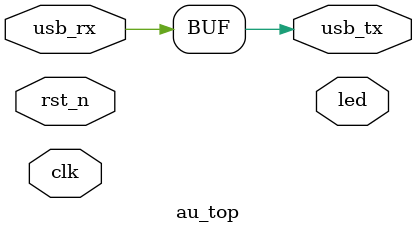
<source format=v>
`timescale 10ns / 1ns

module au_top(
    input clk,
    input rst_n,
    output[7:0] led,
    input usb_rx,
    output usb_tx,
    );
    
    /* 
    sub b(
        .clock(clk), 
        .reset(!rst_n), 
        .io_led(led[3])
    );
    */

    assign usb_tx = usb_rx;
endmodule

</source>
